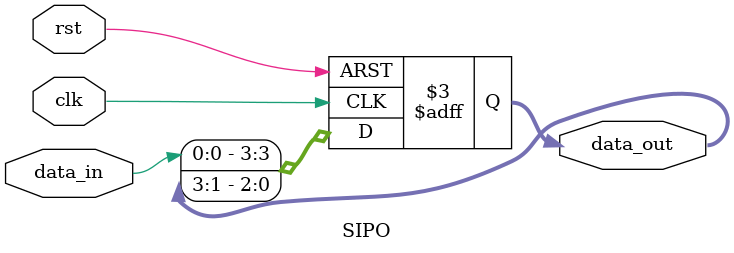
<source format=v>

module SIPO(
  input clk, rst, data_in,
  output reg [3:0] data_out
);
  always @(posedge clk or posedge rst) begin
    if (rst) begin
      data_out <= 4'b0000;
    end else begin
      data_out = data_out >> 1;
      data_out[3] = data_in;
    end
  end
endmodule

</source>
